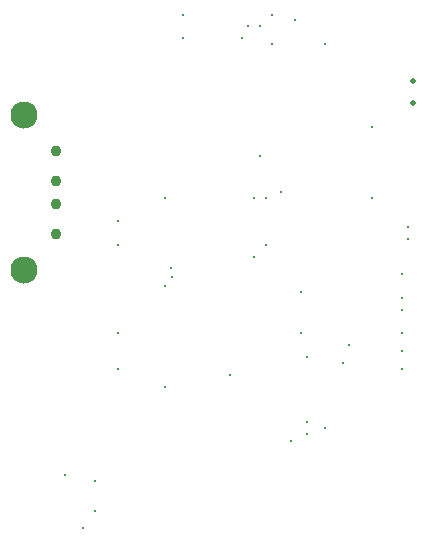
<source format=gbr>
%TF.GenerationSoftware,KiCad,Pcbnew,9.0.4*%
%TF.CreationDate,2025-10-12T18:43:42-04:00*%
%TF.ProjectId,Camera_PCB,43616d65-7261-45f5-9043-422e6b696361,rev?*%
%TF.SameCoordinates,Original*%
%TF.FileFunction,Plated,1,6,PTH,Drill*%
%TF.FilePolarity,Positive*%
%FSLAX46Y46*%
G04 Gerber Fmt 4.6, Leading zero omitted, Abs format (unit mm)*
G04 Created by KiCad (PCBNEW 9.0.4) date 2025-10-12 18:43:42*
%MOMM*%
%LPD*%
G01*
G04 APERTURE LIST*
%TA.AperFunction,ViaDrill*%
%ADD10C,0.300000*%
%TD*%
%TA.AperFunction,ComponentDrill*%
%ADD11C,0.500000*%
%TD*%
%TA.AperFunction,ComponentDrill*%
%ADD12C,0.920000*%
%TD*%
%TA.AperFunction,ComponentDrill*%
%ADD13C,2.300000*%
%TD*%
G04 APERTURE END LIST*
D10*
X133500000Y-121000000D03*
X135000000Y-125500000D03*
X136000000Y-121500000D03*
X136000000Y-124000000D03*
X138000000Y-99500000D03*
X138000000Y-101500000D03*
X138000000Y-109000000D03*
X138000000Y-112000000D03*
X142000000Y-97500000D03*
X142000000Y-105000000D03*
X142000000Y-113500000D03*
X142500000Y-103500000D03*
X142565267Y-104224067D03*
X143500000Y-82000000D03*
X143500000Y-84000000D03*
X147500000Y-112500000D03*
X148500000Y-84000000D03*
X149000000Y-83000000D03*
X149500000Y-97500000D03*
X149500000Y-102500000D03*
X150000000Y-83000000D03*
X150000000Y-94000000D03*
X150500000Y-97500000D03*
X150500000Y-101500000D03*
X151000000Y-82000000D03*
X151000000Y-84500000D03*
X151819500Y-97000000D03*
X152596836Y-118096836D03*
X153000000Y-82500000D03*
X153500000Y-105500000D03*
X153500000Y-109000000D03*
X154000000Y-111000000D03*
X154000000Y-116500000D03*
X154000000Y-117500000D03*
X155500000Y-84500000D03*
X155500000Y-117000000D03*
X157000000Y-111500000D03*
X157500000Y-110000000D03*
X159500000Y-91500000D03*
X159500000Y-97500000D03*
X162000000Y-104000000D03*
X162000000Y-106000000D03*
X162000000Y-107000000D03*
X162000000Y-109000000D03*
X162000000Y-110500000D03*
X162000000Y-112000000D03*
X162500000Y-100000000D03*
X162500000Y-101000000D03*
D11*
%TO.C,Y2*%
X162960000Y-87620000D03*
X162960000Y-89520000D03*
D12*
%TO.C,J2*%
X132710000Y-93570000D03*
X132710000Y-96070000D03*
X132710000Y-98070000D03*
X132710000Y-100570000D03*
D13*
X130000000Y-90500000D03*
X130000000Y-103640000D03*
M02*

</source>
